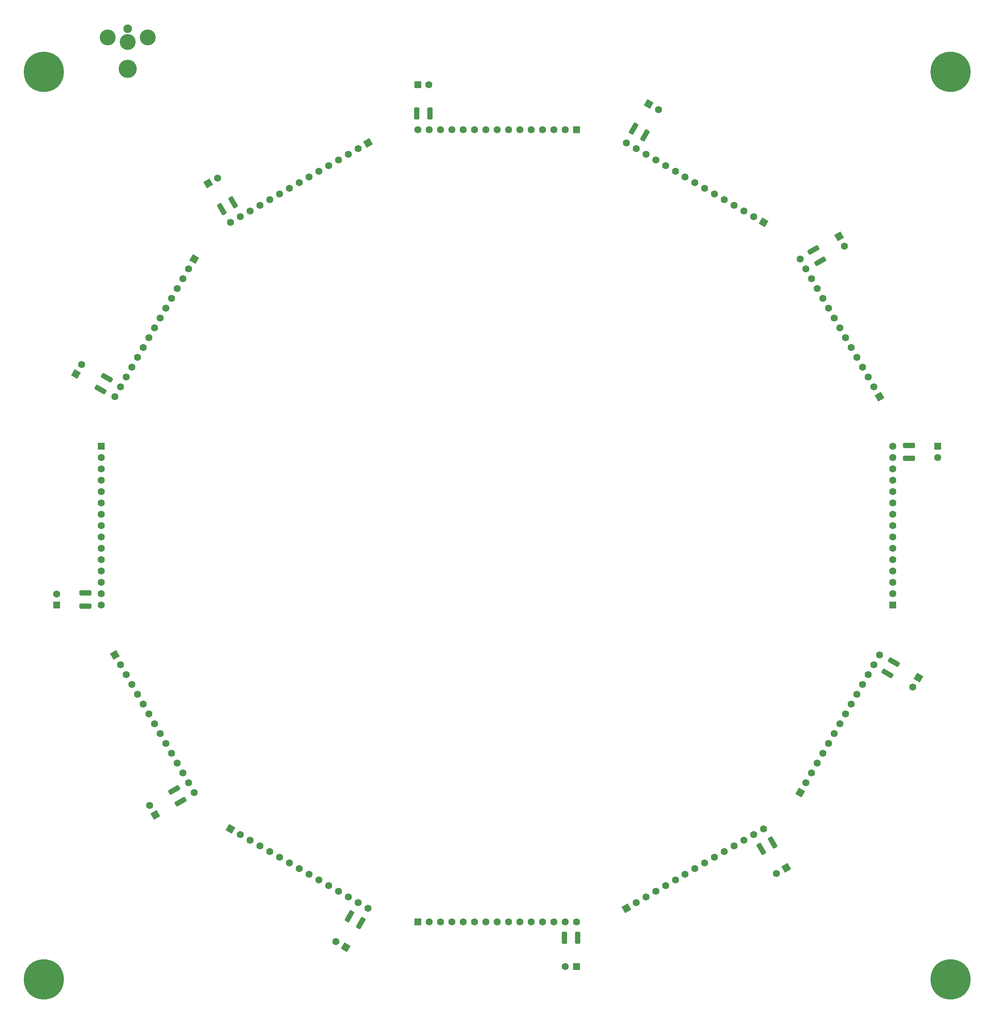
<source format=gts>
%TF.GenerationSoftware,KiCad,Pcbnew,8.0.6-8.0.6-0~ubuntu22.04.1*%
%TF.CreationDate,2024-12-20T11:09:35-08:00*%
%TF.ProjectId,arena_top_12-12,6172656e-615f-4746-9f70-5f31322d3132,rev?*%
%TF.SameCoordinates,Original*%
%TF.FileFunction,Soldermask,Top*%
%TF.FilePolarity,Negative*%
%FSLAX46Y46*%
G04 Gerber Fmt 4.6, Leading zero omitted, Abs format (unit mm)*
G04 Created by KiCad (PCBNEW 8.0.6-8.0.6-0~ubuntu22.04.1) date 2024-12-20 11:09:35*
%MOMM*%
%LPD*%
G01*
G04 APERTURE LIST*
G04 Aperture macros list*
%AMRoundRect*
0 Rectangle with rounded corners*
0 $1 Rounding radius*
0 $2 $3 $4 $5 $6 $7 $8 $9 X,Y pos of 4 corners*
0 Add a 4 corners polygon primitive as box body*
4,1,4,$2,$3,$4,$5,$6,$7,$8,$9,$2,$3,0*
0 Add four circle primitives for the rounded corners*
1,1,$1+$1,$2,$3*
1,1,$1+$1,$4,$5*
1,1,$1+$1,$6,$7*
1,1,$1+$1,$8,$9*
0 Add four rect primitives between the rounded corners*
20,1,$1+$1,$2,$3,$4,$5,0*
20,1,$1+$1,$4,$5,$6,$7,0*
20,1,$1+$1,$6,$7,$8,$9,0*
20,1,$1+$1,$8,$9,$2,$3,0*%
%AMRotRect*
0 Rectangle, with rotation*
0 The origin of the aperture is its center*
0 $1 length*
0 $2 width*
0 $3 Rotation angle, in degrees counterclockwise*
0 Add horizontal line*
21,1,$1,$2,0,0,$3*%
G04 Aperture macros list end*
%ADD10R,1.600000X1.600000*%
%ADD11C,1.600000*%
%ADD12RoundRect,0.250000X-0.831458X-0.790128X-0.268542X-1.115128X0.831458X0.790128X0.268542X1.115128X0*%
%ADD13C,9.000000*%
%ADD14C,3.556000*%
%ADD15C,1.930400*%
%ADD16C,4.064000*%
%ADD17RotRect,1.600000X1.600000X240.000000*%
%ADD18RoundRect,0.250000X-0.325000X-1.100000X0.325000X-1.100000X0.325000X1.100000X-0.325000X1.100000X0*%
%ADD19RoundRect,0.250000X-0.790128X0.831458X-1.115128X0.268542X0.790128X-0.831458X1.115128X-0.268542X0*%
%ADD20RotRect,1.600000X1.600000X210.000000*%
%ADD21RoundRect,0.250000X1.115128X0.268542X0.790128X0.831458X-1.115128X-0.268542X-0.790128X-0.831458X0*%
%ADD22RotRect,1.600000X1.600000X150.000000*%
%ADD23RoundRect,0.250000X0.268542X-1.115128X0.831458X-0.790128X-0.268542X1.115128X-0.831458X0.790128X0*%
%ADD24RoundRect,0.250000X-0.268542X1.115128X-0.831458X0.790128X0.268542X-1.115128X0.831458X-0.790128X0*%
%ADD25RoundRect,0.250000X-1.100000X0.325000X-1.100000X-0.325000X1.100000X-0.325000X1.100000X0.325000X0*%
%ADD26RoundRect,0.250000X-1.115128X-0.268542X-0.790128X-0.831458X1.115128X0.268542X0.790128X0.831458X0*%
%ADD27RotRect,1.600000X1.600000X300.000000*%
%ADD28RotRect,1.600000X1.600000X60.000000*%
%ADD29RotRect,1.600000X1.600000X30.000000*%
%ADD30RotRect,1.600000X1.600000X120.000000*%
%ADD31RoundRect,0.250000X0.790128X-0.831458X1.115128X-0.268542X-0.790128X0.831458X-1.115128X0.268542X0*%
%ADD32RoundRect,0.250000X0.325000X1.100000X-0.325000X1.100000X-0.325000X-1.100000X0.325000X-1.100000X0*%
%ADD33RoundRect,0.250000X0.831458X0.790128X0.268542X1.115128X-0.831458X-0.790128X-0.268542X-1.115128X0*%
%ADD34RoundRect,0.250000X1.100000X-0.325000X1.100000X0.325000X-1.100000X0.325000X-1.100000X-0.325000X0*%
%ADD35RotRect,1.600000X1.600000X330.000000*%
G04 APERTURE END LIST*
D10*
%TO.C,C16*%
X160020000Y-79070199D03*
D11*
X162520000Y-79070199D03*
%TD*%
D12*
%TO.C,C3*%
X208340078Y-88878633D03*
X210894852Y-90353633D03*
%TD*%
D13*
%TO.C,H1*%
X76200000Y-76200000D03*
%TD*%
D14*
%TO.C,J4*%
X90504200Y-68506600D03*
D15*
X95000000Y-66500000D03*
D14*
X99495800Y-68506600D03*
D16*
X95000000Y-75491600D03*
D14*
X95000000Y-69497200D03*
%TD*%
D17*
%TO.C,C24*%
X272192515Y-211766968D03*
D11*
X270942515Y-213932032D03*
%TD*%
D18*
%TO.C,C4*%
X159787800Y-85521799D03*
X162737800Y-85521799D03*
%TD*%
D19*
%TO.C,C12*%
X266721366Y-208340078D03*
X265246366Y-210894852D03*
%TD*%
D20*
%TO.C,C23*%
X242562832Y-254412515D03*
D11*
X240397768Y-255662515D03*
%TD*%
D21*
%TO.C,C8*%
X106890833Y-239538122D03*
X105415833Y-236983348D03*
%TD*%
D10*
%TO.C,C19*%
X79070199Y-195580000D03*
D11*
X79070199Y-193080000D03*
%TD*%
D22*
%TO.C,C21*%
X143833031Y-272192515D03*
D11*
X141667967Y-270942515D03*
%TD*%
D10*
%TO.C,C22*%
X195579999Y-276529800D03*
D11*
X193079999Y-276529800D03*
%TD*%
D13*
%TO.C,H3*%
X279400000Y-279400000D03*
%TD*%
%TO.C,H4*%
X76200000Y-279400000D03*
%TD*%
D23*
%TO.C,C5*%
X116061877Y-106890833D03*
X118616651Y-105415833D03*
%TD*%
D24*
%TO.C,C11*%
X239538122Y-248709166D03*
X236983348Y-250184166D03*
%TD*%
D25*
%TO.C,C1*%
X270078200Y-159787800D03*
X270078200Y-162737800D03*
%TD*%
D26*
%TO.C,C2*%
X248709166Y-116061877D03*
X250184166Y-118616651D03*
%TD*%
D27*
%TO.C,C14*%
X254412515Y-113037167D03*
D11*
X255662515Y-115202231D03*
%TD*%
D13*
%TO.C,H2*%
X279400000Y-76200000D03*
%TD*%
D28*
%TO.C,C18*%
X83407484Y-143833031D03*
D11*
X84657484Y-141667967D03*
%TD*%
D29*
%TO.C,C17*%
X113037167Y-101187484D03*
D11*
X115202231Y-99937484D03*
%TD*%
D30*
%TO.C,C20*%
X101187484Y-242562832D03*
D11*
X99937484Y-240397768D03*
%TD*%
D31*
%TO.C,C6*%
X88878633Y-147259921D03*
X90353633Y-144705147D03*
%TD*%
D32*
%TO.C,C10*%
X195812200Y-270078200D03*
X192862200Y-270078200D03*
%TD*%
D33*
%TO.C,C9*%
X147259921Y-266721366D03*
X144705147Y-265246366D03*
%TD*%
D34*
%TO.C,C7*%
X85521799Y-195812200D03*
X85521799Y-192862200D03*
%TD*%
D35*
%TO.C,C15*%
X211766968Y-83407484D03*
D11*
X213932032Y-84657484D03*
%TD*%
D10*
%TO.C,C13*%
X276529800Y-160020000D03*
D11*
X276529800Y-162520000D03*
%TD*%
D10*
%TO.C,P10*%
X160019999Y-266474028D03*
D11*
X162559999Y-266474028D03*
X165099999Y-266474028D03*
X167639999Y-266474028D03*
X170179999Y-266474028D03*
X172719999Y-266474028D03*
X175259999Y-266474028D03*
X177799999Y-266474028D03*
X180339999Y-266474028D03*
X182879999Y-266474028D03*
X185419999Y-266474028D03*
X187959999Y-266474028D03*
X190499999Y-266474028D03*
X193039999Y-266474028D03*
X195579999Y-266474028D03*
%TD*%
D28*
%TO.C,P12*%
X245703961Y-237534946D03*
D11*
X246973961Y-235335241D03*
X248243961Y-233135537D03*
X249513961Y-230935832D03*
X250783961Y-228736128D03*
X252053961Y-226536423D03*
X253323961Y-224336719D03*
X254593961Y-222137014D03*
X255863961Y-219937309D03*
X257133961Y-217737605D03*
X258403961Y-215537900D03*
X259673961Y-213338196D03*
X260943961Y-211138491D03*
X262213961Y-208938787D03*
X263483961Y-206739082D03*
%TD*%
D10*
%TO.C,P7*%
X89125971Y-160020000D03*
D11*
X89125971Y-162560000D03*
X89125971Y-165100000D03*
X89125971Y-167640000D03*
X89125971Y-170180000D03*
X89125971Y-172720000D03*
X89125971Y-175260000D03*
X89125971Y-177800000D03*
X89125971Y-180340000D03*
X89125971Y-182880000D03*
X89125971Y-185420000D03*
X89125971Y-187960000D03*
X89125971Y-190500000D03*
X89125971Y-193040000D03*
X89125971Y-195580000D03*
%TD*%
D35*
%TO.C,P9*%
X118065053Y-245703961D03*
D11*
X120264758Y-246973961D03*
X122464462Y-248243961D03*
X124664167Y-249513961D03*
X126863871Y-250783961D03*
X129063576Y-252053961D03*
X131263280Y-253323961D03*
X133462985Y-254593961D03*
X135662690Y-255863961D03*
X137862394Y-257133961D03*
X140062099Y-258403961D03*
X142261803Y-259673961D03*
X144461508Y-260943961D03*
X146661212Y-262213961D03*
X148860917Y-263483961D03*
%TD*%
D29*
%TO.C,P11*%
X206739082Y-263483961D03*
D11*
X208938787Y-262213961D03*
X211138491Y-260943961D03*
X213338196Y-259673961D03*
X215537900Y-258403961D03*
X217737605Y-257133961D03*
X219937309Y-255863961D03*
X222137014Y-254593961D03*
X224336719Y-253323961D03*
X226536423Y-252053961D03*
X228736128Y-250783961D03*
X230935832Y-249513961D03*
X233135537Y-248243961D03*
X235335241Y-246973961D03*
X237534946Y-245703961D03*
%TD*%
D20*
%TO.C,P5*%
X148860917Y-92116038D03*
D11*
X146661212Y-93386038D03*
X144461508Y-94656038D03*
X142261803Y-95926038D03*
X140062099Y-97196038D03*
X137862394Y-98466038D03*
X135662690Y-99736038D03*
X133462985Y-101006038D03*
X131263280Y-102276038D03*
X129063576Y-103546038D03*
X126863871Y-104816038D03*
X124664167Y-106086038D03*
X122464462Y-107356038D03*
X120264758Y-108626038D03*
X118065053Y-109896038D03*
%TD*%
D10*
%TO.C,P4*%
X195580000Y-89125971D03*
D11*
X193040000Y-89125971D03*
X190500000Y-89125971D03*
X187960000Y-89125971D03*
X185420000Y-89125971D03*
X182880000Y-89125971D03*
X180340000Y-89125971D03*
X177800000Y-89125971D03*
X175260000Y-89125971D03*
X172720000Y-89125971D03*
X170180000Y-89125971D03*
X167640000Y-89125971D03*
X165100000Y-89125971D03*
X162560000Y-89125971D03*
X160020000Y-89125971D03*
%TD*%
D10*
%TO.C,P1*%
X266474028Y-195580000D03*
D11*
X266474028Y-193040000D03*
X266474028Y-190500000D03*
X266474028Y-187960000D03*
X266474028Y-185420000D03*
X266474028Y-182880000D03*
X266474028Y-180340000D03*
X266474028Y-177800000D03*
X266474028Y-175260000D03*
X266474028Y-172720000D03*
X266474028Y-170180000D03*
X266474028Y-167640000D03*
X266474028Y-165100000D03*
X266474028Y-162560000D03*
X266474028Y-160020000D03*
%TD*%
D17*
%TO.C,P6*%
X109896038Y-118065053D03*
D11*
X108626038Y-120264758D03*
X107356038Y-122464462D03*
X106086038Y-124664167D03*
X104816038Y-126863871D03*
X103546038Y-129063576D03*
X102276038Y-131263280D03*
X101006038Y-133462985D03*
X99736038Y-135662690D03*
X98466038Y-137862394D03*
X97196038Y-140062099D03*
X95926038Y-142261803D03*
X94656038Y-144461508D03*
X93386038Y-146661212D03*
X92116038Y-148860917D03*
%TD*%
D27*
%TO.C,P8*%
X92116038Y-206739082D03*
D11*
X93386038Y-208938787D03*
X94656038Y-211138491D03*
X95926038Y-213338196D03*
X97196038Y-215537900D03*
X98466038Y-217737605D03*
X99736038Y-219937309D03*
X101006038Y-222137014D03*
X102276038Y-224336719D03*
X103546038Y-226536423D03*
X104816038Y-228736128D03*
X106086038Y-230935832D03*
X107356038Y-233135537D03*
X108626038Y-235335241D03*
X109896038Y-237534946D03*
%TD*%
D30*
%TO.C,P2*%
X263483961Y-148860917D03*
D11*
X262213961Y-146661212D03*
X260943961Y-144461508D03*
X259673961Y-142261803D03*
X258403961Y-140062099D03*
X257133961Y-137862394D03*
X255863961Y-135662690D03*
X254593961Y-133462985D03*
X253323961Y-131263280D03*
X252053961Y-129063576D03*
X250783961Y-126863871D03*
X249513961Y-124664167D03*
X248243961Y-122464462D03*
X246973961Y-120264758D03*
X245703961Y-118065053D03*
%TD*%
D22*
%TO.C,P3*%
X237534946Y-109896038D03*
D11*
X235335241Y-108626038D03*
X233135537Y-107356038D03*
X230935832Y-106086038D03*
X228736128Y-104816038D03*
X226536423Y-103546038D03*
X224336719Y-102276038D03*
X222137014Y-101006038D03*
X219937309Y-99736038D03*
X217737605Y-98466038D03*
X215537900Y-97196038D03*
X213338196Y-95926038D03*
X211138491Y-94656038D03*
X208938787Y-93386038D03*
X206739082Y-92116038D03*
%TD*%
M02*

</source>
